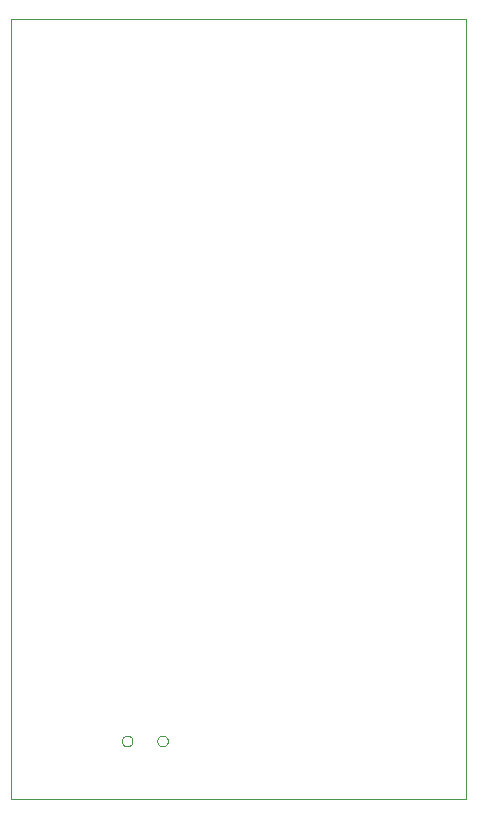
<source format=gko>
G75*
G70*
%OFA0B0*%
%FSLAX24Y24*%
%IPPOS*%
%LPD*%
%AMOC8*
5,1,8,0,0,1.08239X$1,22.5*
%
%ADD10C,0.0000*%
D10*
X006284Y003757D02*
X006284Y029741D01*
X021442Y029741D01*
X021442Y003757D01*
X006284Y003757D01*
X009966Y005674D02*
X009968Y005700D01*
X009974Y005726D01*
X009984Y005751D01*
X009997Y005774D01*
X010013Y005794D01*
X010033Y005812D01*
X010055Y005827D01*
X010078Y005839D01*
X010104Y005847D01*
X010130Y005851D01*
X010156Y005851D01*
X010182Y005847D01*
X010208Y005839D01*
X010232Y005827D01*
X010253Y005812D01*
X010273Y005794D01*
X010289Y005774D01*
X010302Y005751D01*
X010312Y005726D01*
X010318Y005700D01*
X010320Y005674D01*
X010318Y005648D01*
X010312Y005622D01*
X010302Y005597D01*
X010289Y005574D01*
X010273Y005554D01*
X010253Y005536D01*
X010231Y005521D01*
X010208Y005509D01*
X010182Y005501D01*
X010156Y005497D01*
X010130Y005497D01*
X010104Y005501D01*
X010078Y005509D01*
X010054Y005521D01*
X010033Y005536D01*
X010013Y005554D01*
X009997Y005574D01*
X009984Y005597D01*
X009974Y005622D01*
X009968Y005648D01*
X009966Y005674D01*
X011147Y005674D02*
X011149Y005700D01*
X011155Y005726D01*
X011165Y005751D01*
X011178Y005774D01*
X011194Y005794D01*
X011214Y005812D01*
X011236Y005827D01*
X011259Y005839D01*
X011285Y005847D01*
X011311Y005851D01*
X011337Y005851D01*
X011363Y005847D01*
X011389Y005839D01*
X011413Y005827D01*
X011434Y005812D01*
X011454Y005794D01*
X011470Y005774D01*
X011483Y005751D01*
X011493Y005726D01*
X011499Y005700D01*
X011501Y005674D01*
X011499Y005648D01*
X011493Y005622D01*
X011483Y005597D01*
X011470Y005574D01*
X011454Y005554D01*
X011434Y005536D01*
X011412Y005521D01*
X011389Y005509D01*
X011363Y005501D01*
X011337Y005497D01*
X011311Y005497D01*
X011285Y005501D01*
X011259Y005509D01*
X011235Y005521D01*
X011214Y005536D01*
X011194Y005554D01*
X011178Y005574D01*
X011165Y005597D01*
X011155Y005622D01*
X011149Y005648D01*
X011147Y005674D01*
M02*

</source>
